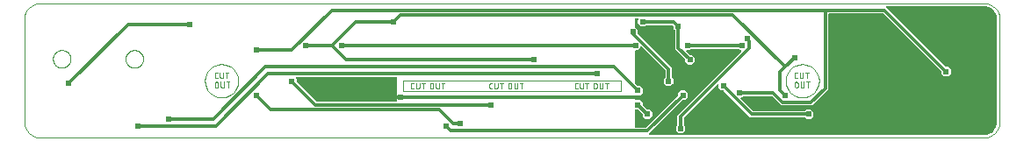
<source format=gbl>
G04 EAGLE Gerber RS-274X export*
G75*
%MOMM*%
%FSLAX34Y34*%
%LPD*%
%INBottom layer*%
%IPPOS*%
%AMOC8*
5,1,8,0,0,1.08239X$1,22.5*%
G01*
%ADD10C,0.001000*%
%ADD11C,0.050800*%
%ADD12C,0.000000*%
%ADD13C,0.304800*%
%ADD14C,0.609600*%

G36*
X933340Y16478D02*
X933340Y16478D01*
X933390Y16478D01*
X935920Y16735D01*
X935941Y16741D01*
X936069Y16766D01*
X938266Y17450D01*
X938288Y17461D01*
X938404Y17509D01*
X940398Y18595D01*
X940419Y18611D01*
X940519Y18676D01*
X942264Y20118D01*
X942282Y20138D01*
X942366Y20220D01*
X943808Y21965D01*
X943821Y21988D01*
X943889Y22086D01*
X944975Y24080D01*
X944983Y24103D01*
X945034Y24218D01*
X945718Y26415D01*
X945721Y26436D01*
X945749Y26564D01*
X946006Y29094D01*
X946005Y29121D01*
X946010Y29171D01*
X946010Y128685D01*
X946006Y128712D01*
X946006Y128762D01*
X945749Y131292D01*
X945743Y131313D01*
X945718Y131441D01*
X945034Y133638D01*
X945023Y133660D01*
X944975Y133776D01*
X943889Y135770D01*
X943873Y135791D01*
X943808Y135891D01*
X942366Y137636D01*
X942346Y137654D01*
X942264Y137738D01*
X940519Y139180D01*
X940496Y139193D01*
X940398Y139261D01*
X938404Y140347D01*
X938381Y140355D01*
X938266Y140406D01*
X936069Y141090D01*
X936048Y141093D01*
X935920Y141121D01*
X933390Y141378D01*
X933363Y141377D01*
X933313Y141382D01*
X839755Y141382D01*
X839684Y141371D01*
X839613Y141369D01*
X839564Y141351D01*
X839512Y141343D01*
X839449Y141309D01*
X839382Y141284D01*
X839341Y141252D01*
X839295Y141227D01*
X839246Y141175D01*
X839190Y141131D01*
X839161Y141087D01*
X839126Y141049D01*
X839095Y140984D01*
X839057Y140924D01*
X839044Y140873D01*
X839022Y140826D01*
X839014Y140755D01*
X838997Y140685D01*
X839001Y140633D01*
X838995Y140582D01*
X839010Y140511D01*
X839016Y140440D01*
X839036Y140392D01*
X839047Y140341D01*
X839084Y140280D01*
X839112Y140214D01*
X839157Y140158D01*
X839173Y140130D01*
X839191Y140115D01*
X839217Y140083D01*
X896742Y82558D01*
X896816Y82505D01*
X896885Y82445D01*
X896915Y82433D01*
X896942Y82414D01*
X897029Y82387D01*
X897113Y82353D01*
X897154Y82349D01*
X897177Y82342D01*
X897209Y82343D01*
X897280Y82335D01*
X899120Y82335D01*
X901799Y79656D01*
X901799Y75868D01*
X899120Y73189D01*
X895332Y73189D01*
X892653Y75868D01*
X892653Y77708D01*
X892639Y77798D01*
X892631Y77889D01*
X892619Y77919D01*
X892614Y77951D01*
X892571Y78031D01*
X892535Y78115D01*
X892509Y78147D01*
X892498Y78168D01*
X892475Y78190D01*
X892430Y78246D01*
X836750Y133926D01*
X836676Y133979D01*
X836607Y134039D01*
X836577Y134051D01*
X836550Y134070D01*
X836463Y134097D01*
X836379Y134131D01*
X836338Y134135D01*
X836315Y134142D01*
X836283Y134141D01*
X836212Y134149D01*
X784450Y134149D01*
X784430Y134146D01*
X784411Y134148D01*
X784309Y134126D01*
X784207Y134110D01*
X784190Y134100D01*
X784170Y134096D01*
X784081Y134043D01*
X783990Y133994D01*
X783976Y133980D01*
X783959Y133970D01*
X783892Y133891D01*
X783820Y133816D01*
X783812Y133798D01*
X783799Y133783D01*
X783760Y133687D01*
X783717Y133593D01*
X783715Y133573D01*
X783707Y133555D01*
X783689Y133388D01*
X783689Y60497D01*
X768187Y44995D01*
X738229Y44995D01*
X729308Y53916D01*
X729234Y53969D01*
X729165Y54029D01*
X729135Y54041D01*
X729108Y54060D01*
X729021Y54087D01*
X728937Y54121D01*
X728896Y54125D01*
X728873Y54132D01*
X728841Y54131D01*
X728770Y54139D01*
X702077Y54139D01*
X701987Y54125D01*
X701896Y54117D01*
X701867Y54105D01*
X701835Y54100D01*
X701754Y54057D01*
X701670Y54021D01*
X701638Y53995D01*
X701617Y53984D01*
X701595Y53961D01*
X701539Y53916D01*
X700238Y52615D01*
X699922Y52615D01*
X699851Y52604D01*
X699780Y52602D01*
X699731Y52584D01*
X699679Y52576D01*
X699616Y52542D01*
X699549Y52517D01*
X699508Y52485D01*
X699462Y52460D01*
X699413Y52408D01*
X699357Y52364D01*
X699328Y52320D01*
X699293Y52282D01*
X699262Y52217D01*
X699224Y52157D01*
X699211Y52106D01*
X699189Y52059D01*
X699181Y51988D01*
X699164Y51918D01*
X699168Y51866D01*
X699162Y51815D01*
X699177Y51744D01*
X699183Y51673D01*
X699203Y51625D01*
X699214Y51574D01*
X699251Y51513D01*
X699279Y51447D01*
X699324Y51391D01*
X699340Y51363D01*
X699358Y51348D01*
X699384Y51316D01*
X710814Y39886D01*
X710888Y39833D01*
X710957Y39773D01*
X710987Y39761D01*
X711014Y39742D01*
X711101Y39715D01*
X711185Y39681D01*
X711226Y39677D01*
X711249Y39670D01*
X711281Y39671D01*
X711352Y39663D01*
X760905Y39663D01*
X760995Y39677D01*
X761086Y39685D01*
X761115Y39697D01*
X761147Y39702D01*
X761228Y39745D01*
X761312Y39781D01*
X761344Y39807D01*
X761365Y39818D01*
X761387Y39841D01*
X761443Y39886D01*
X762744Y41187D01*
X766532Y41187D01*
X769211Y38508D01*
X769211Y34720D01*
X766532Y32041D01*
X762744Y32041D01*
X761443Y33342D01*
X761369Y33395D01*
X761299Y33455D01*
X761269Y33467D01*
X761243Y33486D01*
X761156Y33513D01*
X761071Y33547D01*
X761030Y33551D01*
X761008Y33558D01*
X760976Y33557D01*
X760905Y33565D01*
X708511Y33565D01*
X682826Y59250D01*
X682752Y59303D01*
X682683Y59363D01*
X682653Y59375D01*
X682626Y59394D01*
X682539Y59421D01*
X682455Y59455D01*
X682414Y59459D01*
X682391Y59466D01*
X682359Y59465D01*
X682288Y59473D01*
X680448Y59473D01*
X677769Y62152D01*
X677769Y64754D01*
X677758Y64825D01*
X677756Y64896D01*
X677738Y64945D01*
X677730Y64997D01*
X677696Y65060D01*
X677671Y65127D01*
X677639Y65168D01*
X677614Y65214D01*
X677562Y65263D01*
X677518Y65319D01*
X677474Y65348D01*
X677436Y65383D01*
X677371Y65414D01*
X677311Y65452D01*
X677260Y65465D01*
X677213Y65487D01*
X677142Y65495D01*
X677072Y65512D01*
X677020Y65508D01*
X676969Y65514D01*
X676898Y65499D01*
X676827Y65493D01*
X676779Y65473D01*
X676728Y65462D01*
X676667Y65425D01*
X676601Y65397D01*
X676545Y65352D01*
X676517Y65336D01*
X676502Y65318D01*
X676470Y65292D01*
X644466Y33288D01*
X644413Y33214D01*
X644353Y33145D01*
X644341Y33115D01*
X644322Y33088D01*
X644295Y33001D01*
X644261Y32917D01*
X644257Y32876D01*
X644250Y32853D01*
X644251Y32821D01*
X644243Y32750D01*
X644243Y26631D01*
X644257Y26541D01*
X644265Y26450D01*
X644277Y26421D01*
X644282Y26389D01*
X644325Y26308D01*
X644361Y26224D01*
X644387Y26192D01*
X644398Y26171D01*
X644421Y26149D01*
X644466Y26093D01*
X645767Y24792D01*
X645767Y21004D01*
X643088Y18325D01*
X639300Y18325D01*
X636621Y21004D01*
X636621Y24792D01*
X637922Y26093D01*
X637975Y26167D01*
X638035Y26237D01*
X638047Y26267D01*
X638066Y26293D01*
X638093Y26380D01*
X638127Y26465D01*
X638131Y26506D01*
X638138Y26528D01*
X638137Y26560D01*
X638145Y26631D01*
X638145Y35591D01*
X699590Y97036D01*
X699632Y97094D01*
X699681Y97146D01*
X699703Y97193D01*
X699734Y97235D01*
X699755Y97304D01*
X699785Y97369D01*
X699791Y97421D01*
X699806Y97471D01*
X699804Y97542D01*
X699812Y97613D01*
X699801Y97664D01*
X699800Y97716D01*
X699775Y97784D01*
X699760Y97854D01*
X699733Y97899D01*
X699715Y97947D01*
X699670Y98003D01*
X699634Y98065D01*
X699594Y98099D01*
X699562Y98139D01*
X699501Y98178D01*
X699447Y98225D01*
X699398Y98244D01*
X699355Y98272D01*
X699285Y98290D01*
X699219Y98317D01*
X699147Y98325D01*
X699116Y98333D01*
X699093Y98331D01*
X699052Y98335D01*
X698736Y98335D01*
X697435Y99636D01*
X697361Y99689D01*
X697291Y99749D01*
X697261Y99761D01*
X697235Y99780D01*
X697148Y99807D01*
X697063Y99841D01*
X697022Y99845D01*
X697000Y99852D01*
X696968Y99851D01*
X696897Y99859D01*
X651785Y99859D01*
X651695Y99845D01*
X651604Y99837D01*
X651575Y99825D01*
X651543Y99820D01*
X651462Y99777D01*
X651378Y99741D01*
X651346Y99715D01*
X651325Y99704D01*
X651303Y99681D01*
X651247Y99636D01*
X649946Y98335D01*
X647344Y98335D01*
X647273Y98324D01*
X647202Y98322D01*
X647153Y98304D01*
X647101Y98296D01*
X647038Y98262D01*
X646971Y98237D01*
X646930Y98205D01*
X646884Y98180D01*
X646835Y98128D01*
X646779Y98084D01*
X646750Y98040D01*
X646715Y98002D01*
X646684Y97937D01*
X646646Y97877D01*
X646633Y97826D01*
X646611Y97779D01*
X646603Y97708D01*
X646586Y97638D01*
X646590Y97586D01*
X646584Y97535D01*
X646599Y97464D01*
X646605Y97393D01*
X646625Y97345D01*
X646636Y97294D01*
X646673Y97233D01*
X646701Y97167D01*
X646746Y97111D01*
X646762Y97083D01*
X646780Y97068D01*
X646806Y97036D01*
X649854Y93988D01*
X649928Y93935D01*
X649997Y93875D01*
X650027Y93863D01*
X650054Y93844D01*
X650141Y93817D01*
X650225Y93783D01*
X650266Y93779D01*
X650289Y93772D01*
X650321Y93773D01*
X650392Y93765D01*
X652232Y93765D01*
X654911Y91086D01*
X654911Y87298D01*
X652232Y84619D01*
X648444Y84619D01*
X645765Y87298D01*
X645765Y89138D01*
X645751Y89228D01*
X645743Y89319D01*
X645731Y89349D01*
X645726Y89381D01*
X645683Y89461D01*
X645647Y89545D01*
X645621Y89577D01*
X645610Y89598D01*
X645587Y89620D01*
X645542Y89676D01*
X635859Y99359D01*
X635859Y117463D01*
X635845Y117553D01*
X635837Y117644D01*
X635825Y117673D01*
X635820Y117705D01*
X635777Y117786D01*
X635741Y117870D01*
X635715Y117902D01*
X635704Y117923D01*
X635681Y117945D01*
X635636Y118001D01*
X634335Y119302D01*
X634335Y121142D01*
X634321Y121232D01*
X634313Y121323D01*
X634301Y121353D01*
X634296Y121385D01*
X634253Y121465D01*
X634217Y121549D01*
X634191Y121581D01*
X634180Y121602D01*
X634157Y121624D01*
X634112Y121680D01*
X633296Y122496D01*
X633222Y122549D01*
X633153Y122609D01*
X633123Y122621D01*
X633096Y122640D01*
X633009Y122667D01*
X632925Y122701D01*
X632884Y122705D01*
X632861Y122712D01*
X632829Y122711D01*
X632758Y122719D01*
X608351Y122719D01*
X608261Y122705D01*
X608170Y122697D01*
X608141Y122685D01*
X608109Y122680D01*
X608028Y122637D01*
X607944Y122601D01*
X607912Y122575D01*
X607891Y122564D01*
X607869Y122541D01*
X607813Y122496D01*
X606512Y121195D01*
X602724Y121195D01*
X600045Y123874D01*
X600045Y127662D01*
X600661Y128278D01*
X600703Y128336D01*
X600752Y128388D01*
X600774Y128435D01*
X600804Y128477D01*
X600826Y128546D01*
X600856Y128611D01*
X600861Y128663D01*
X600877Y128713D01*
X600875Y128784D01*
X600883Y128855D01*
X600872Y128906D01*
X600870Y128958D01*
X600846Y129026D01*
X600831Y129096D01*
X600804Y129141D01*
X600786Y129189D01*
X600741Y129245D01*
X600704Y129307D01*
X600665Y129341D01*
X600632Y129381D01*
X600572Y129420D01*
X600518Y129467D01*
X600469Y129486D01*
X600425Y129514D01*
X600356Y129532D01*
X600289Y129559D01*
X600218Y129567D01*
X600187Y129575D01*
X600164Y129573D01*
X600123Y129577D01*
X598000Y129577D01*
X597980Y129574D01*
X597961Y129576D01*
X597859Y129554D01*
X597757Y129538D01*
X597740Y129528D01*
X597720Y129524D01*
X597631Y129471D01*
X597540Y129422D01*
X597526Y129408D01*
X597509Y129398D01*
X597442Y129319D01*
X597371Y129244D01*
X597362Y129226D01*
X597349Y129211D01*
X597310Y129115D01*
X597267Y129021D01*
X597265Y129001D01*
X597257Y128983D01*
X597239Y128816D01*
X597239Y121641D01*
X597254Y121551D01*
X597261Y121460D01*
X597273Y121431D01*
X597279Y121399D01*
X597321Y121318D01*
X597357Y121234D01*
X597383Y121202D01*
X597394Y121181D01*
X597417Y121159D01*
X597462Y121103D01*
X600047Y118518D01*
X600047Y114520D01*
X600043Y114507D01*
X600043Y114487D01*
X600038Y114468D01*
X600046Y114365D01*
X600049Y114261D01*
X600056Y114242D01*
X600057Y114222D01*
X600098Y114128D01*
X600133Y114030D01*
X600146Y114014D01*
X600154Y113996D01*
X600258Y113865D01*
X632813Y81311D01*
X632813Y72351D01*
X632827Y72261D01*
X632835Y72170D01*
X632847Y72141D01*
X632852Y72109D01*
X632895Y72028D01*
X632931Y71944D01*
X632957Y71912D01*
X632968Y71891D01*
X632991Y71869D01*
X633036Y71813D01*
X634337Y70512D01*
X634337Y66724D01*
X631658Y64045D01*
X627870Y64045D01*
X625191Y66724D01*
X625191Y70512D01*
X626492Y71813D01*
X626545Y71887D01*
X626605Y71957D01*
X626617Y71987D01*
X626636Y72013D01*
X626663Y72100D01*
X626697Y72185D01*
X626701Y72226D01*
X626708Y72248D01*
X626707Y72280D01*
X626715Y72351D01*
X626715Y78470D01*
X626701Y78560D01*
X626693Y78651D01*
X626681Y78681D01*
X626676Y78713D01*
X626633Y78793D01*
X626597Y78877D01*
X626571Y78909D01*
X626560Y78930D01*
X626537Y78952D01*
X626492Y79008D01*
X603632Y101868D01*
X603574Y101910D01*
X603522Y101959D01*
X603475Y101981D01*
X603433Y102012D01*
X603364Y102033D01*
X603299Y102063D01*
X603247Y102069D01*
X603197Y102084D01*
X603126Y102082D01*
X603055Y102090D01*
X603004Y102079D01*
X602952Y102078D01*
X602884Y102053D01*
X602814Y102038D01*
X602769Y102011D01*
X602721Y101993D01*
X602665Y101948D01*
X602603Y101912D01*
X602569Y101872D01*
X602529Y101840D01*
X602490Y101779D01*
X602443Y101725D01*
X602424Y101676D01*
X602396Y101633D01*
X602378Y101563D01*
X602351Y101497D01*
X602343Y101425D01*
X602335Y101394D01*
X602337Y101371D01*
X602333Y101330D01*
X602333Y101014D01*
X599654Y98335D01*
X598000Y98335D01*
X597980Y98332D01*
X597961Y98334D01*
X597859Y98312D01*
X597757Y98296D01*
X597740Y98286D01*
X597720Y98282D01*
X597631Y98229D01*
X597540Y98180D01*
X597526Y98166D01*
X597509Y98156D01*
X597442Y98077D01*
X597371Y98002D01*
X597362Y97984D01*
X597349Y97969D01*
X597310Y97873D01*
X597267Y97779D01*
X597265Y97759D01*
X597257Y97741D01*
X597239Y97574D01*
X597239Y66908D01*
X597254Y66818D01*
X597261Y66727D01*
X597273Y66697D01*
X597279Y66665D01*
X597321Y66585D01*
X597357Y66501D01*
X597383Y66469D01*
X597394Y66448D01*
X597417Y66426D01*
X597462Y66370D01*
X599562Y64270D01*
X599636Y64217D01*
X599705Y64157D01*
X599735Y64145D01*
X599762Y64126D01*
X599849Y64099D01*
X599933Y64065D01*
X599974Y64061D01*
X599997Y64054D01*
X600029Y64055D01*
X600100Y64047D01*
X601940Y64047D01*
X604619Y61368D01*
X604619Y57580D01*
X601940Y54901D01*
X598000Y54901D01*
X597980Y54898D01*
X597961Y54900D01*
X597859Y54878D01*
X597757Y54862D01*
X597740Y54852D01*
X597720Y54848D01*
X597631Y54795D01*
X597540Y54746D01*
X597526Y54732D01*
X597509Y54722D01*
X597442Y54643D01*
X597371Y54568D01*
X597362Y54550D01*
X597349Y54535D01*
X597310Y54439D01*
X597267Y54345D01*
X597265Y54325D01*
X597257Y54307D01*
X597239Y54140D01*
X597239Y51092D01*
X597242Y51072D01*
X597240Y51053D01*
X597262Y50951D01*
X597279Y50849D01*
X597288Y50832D01*
X597292Y50812D01*
X597345Y50723D01*
X597394Y50632D01*
X597408Y50618D01*
X597418Y50601D01*
X597497Y50534D01*
X597572Y50462D01*
X597590Y50454D01*
X597605Y50441D01*
X597701Y50402D01*
X597795Y50359D01*
X597815Y50357D01*
X597833Y50349D01*
X598000Y50331D01*
X601940Y50331D01*
X604619Y47652D01*
X604619Y45812D01*
X604633Y45722D01*
X604641Y45631D01*
X604653Y45601D01*
X604658Y45569D01*
X604701Y45489D01*
X604737Y45405D01*
X604763Y45373D01*
X604774Y45352D01*
X604797Y45330D01*
X604842Y45274D01*
X608706Y41410D01*
X608780Y41357D01*
X608849Y41297D01*
X608879Y41285D01*
X608906Y41266D01*
X608993Y41239D01*
X609077Y41205D01*
X609118Y41201D01*
X609141Y41194D01*
X609173Y41195D01*
X609244Y41187D01*
X611084Y41187D01*
X613763Y38508D01*
X613763Y34720D01*
X611084Y32041D01*
X607296Y32041D01*
X604617Y34720D01*
X604617Y36560D01*
X604603Y36650D01*
X604595Y36741D01*
X604583Y36771D01*
X604578Y36803D01*
X604535Y36883D01*
X604499Y36967D01*
X604473Y36999D01*
X604462Y37020D01*
X604439Y37042D01*
X604394Y37098D01*
X600530Y40962D01*
X600456Y41015D01*
X600387Y41075D01*
X600357Y41087D01*
X600330Y41106D01*
X600243Y41133D01*
X600159Y41167D01*
X600118Y41171D01*
X600095Y41178D01*
X600063Y41177D01*
X599992Y41185D01*
X598000Y41185D01*
X597980Y41182D01*
X597961Y41184D01*
X597859Y41162D01*
X597757Y41146D01*
X597740Y41136D01*
X597720Y41132D01*
X597631Y41079D01*
X597540Y41030D01*
X597526Y41016D01*
X597509Y41006D01*
X597442Y40927D01*
X597371Y40852D01*
X597362Y40834D01*
X597349Y40819D01*
X597310Y40723D01*
X597267Y40629D01*
X597265Y40609D01*
X597257Y40591D01*
X597239Y40424D01*
X597239Y24422D01*
X597242Y24402D01*
X597240Y24383D01*
X597262Y24281D01*
X597279Y24179D01*
X597288Y24162D01*
X597292Y24142D01*
X597345Y24053D01*
X597394Y23962D01*
X597408Y23948D01*
X597418Y23931D01*
X597497Y23864D01*
X597572Y23792D01*
X597590Y23784D01*
X597605Y23771D01*
X597701Y23732D01*
X597795Y23689D01*
X597815Y23687D01*
X597833Y23679D01*
X598000Y23661D01*
X607612Y23661D01*
X607702Y23675D01*
X607793Y23683D01*
X607823Y23695D01*
X607855Y23700D01*
X607935Y23743D01*
X608019Y23779D01*
X608051Y23805D01*
X608072Y23816D01*
X608094Y23839D01*
X608150Y23884D01*
X638684Y54418D01*
X638737Y54492D01*
X638797Y54561D01*
X638809Y54591D01*
X638828Y54618D01*
X638855Y54705D01*
X638889Y54789D01*
X638893Y54830D01*
X638900Y54853D01*
X638899Y54885D01*
X638907Y54956D01*
X638907Y56796D01*
X641586Y59475D01*
X645374Y59475D01*
X648053Y56796D01*
X648053Y53008D01*
X645374Y50329D01*
X643534Y50329D01*
X643444Y50315D01*
X643353Y50307D01*
X643323Y50295D01*
X643291Y50290D01*
X643211Y50247D01*
X643127Y50211D01*
X643095Y50185D01*
X643074Y50174D01*
X643052Y50151D01*
X642996Y50106D01*
X610663Y17773D01*
X610621Y17715D01*
X610572Y17663D01*
X610550Y17616D01*
X610519Y17574D01*
X610498Y17505D01*
X610468Y17440D01*
X610462Y17388D01*
X610447Y17338D01*
X610449Y17267D01*
X610441Y17196D01*
X610452Y17145D01*
X610453Y17093D01*
X610478Y17025D01*
X610493Y16955D01*
X610520Y16910D01*
X610538Y16862D01*
X610583Y16805D01*
X610619Y16744D01*
X610659Y16710D01*
X610691Y16670D01*
X610752Y16631D01*
X610806Y16584D01*
X610855Y16565D01*
X610898Y16537D01*
X610968Y16519D01*
X611034Y16492D01*
X611106Y16484D01*
X611137Y16476D01*
X611160Y16478D01*
X611201Y16474D01*
X933313Y16474D01*
X933340Y16478D01*
G37*
G36*
X367020Y48810D02*
X367020Y48810D01*
X367039Y48808D01*
X367141Y48830D01*
X367243Y48846D01*
X367260Y48856D01*
X367280Y48860D01*
X367369Y48913D01*
X367460Y48962D01*
X367474Y48976D01*
X367491Y48986D01*
X367558Y49065D01*
X367630Y49140D01*
X367638Y49158D01*
X367651Y49173D01*
X367690Y49269D01*
X367733Y49363D01*
X367735Y49383D01*
X367743Y49401D01*
X367761Y49568D01*
X367761Y71666D01*
X367759Y71677D01*
X367760Y71684D01*
X367759Y71691D01*
X367760Y71705D01*
X367738Y71807D01*
X367722Y71909D01*
X367712Y71926D01*
X367708Y71946D01*
X367655Y72035D01*
X367606Y72126D01*
X367592Y72140D01*
X367582Y72157D01*
X367503Y72224D01*
X367428Y72296D01*
X367410Y72304D01*
X367395Y72317D01*
X367299Y72356D01*
X367205Y72399D01*
X367185Y72401D01*
X367167Y72409D01*
X367000Y72427D01*
X270785Y72427D01*
X270715Y72416D01*
X270643Y72414D01*
X270594Y72396D01*
X270543Y72388D01*
X270479Y72354D01*
X270412Y72329D01*
X270371Y72297D01*
X270325Y72272D01*
X270276Y72220D01*
X270220Y72176D01*
X270192Y72132D01*
X270156Y72094D01*
X270126Y72029D01*
X270087Y71969D01*
X270074Y71918D01*
X270052Y71871D01*
X270044Y71800D01*
X270027Y71730D01*
X270031Y71678D01*
X270025Y71627D01*
X270040Y71556D01*
X270046Y71485D01*
X270066Y71437D01*
X270077Y71386D01*
X270114Y71325D01*
X270142Y71259D01*
X270187Y71203D01*
X270204Y71175D01*
X270221Y71160D01*
X270222Y71159D01*
X270225Y71153D01*
X270229Y71150D01*
X270247Y71128D01*
X270863Y70512D01*
X270863Y68672D01*
X270877Y68582D01*
X270885Y68491D01*
X270897Y68461D01*
X270902Y68429D01*
X270945Y68349D01*
X270981Y68265D01*
X271007Y68233D01*
X271018Y68212D01*
X271041Y68190D01*
X271086Y68134D01*
X290190Y49030D01*
X290264Y48977D01*
X290333Y48917D01*
X290363Y48905D01*
X290390Y48886D01*
X290477Y48859D01*
X290561Y48825D01*
X290602Y48821D01*
X290625Y48814D01*
X290657Y48815D01*
X290728Y48807D01*
X367000Y48807D01*
X367020Y48810D01*
G37*
D10*
X23631Y143928D02*
X933481Y143928D01*
X936509Y143620D01*
X939335Y142739D01*
X941895Y141345D01*
X944128Y139500D01*
X945973Y137267D01*
X947367Y134707D01*
X948248Y131881D01*
X948556Y128853D01*
X948556Y29003D01*
X948248Y25975D01*
X947367Y23149D01*
X945973Y20589D01*
X944128Y18356D01*
X941895Y16511D01*
X939335Y15117D01*
X936509Y14236D01*
X933481Y13928D01*
X23631Y13928D01*
X20603Y14236D01*
X17777Y15117D01*
X15217Y16511D01*
X12984Y18356D01*
X11139Y20589D01*
X9745Y23149D01*
X8864Y25975D01*
X8556Y29003D01*
X8556Y128853D01*
X8864Y131881D01*
X9745Y134707D01*
X11139Y137267D01*
X12984Y139500D01*
X15217Y141345D01*
X17777Y142739D01*
X20603Y143620D01*
X23631Y143928D01*
X758556Y84978D02*
X761791Y84652D01*
X764803Y83717D01*
X767530Y82237D01*
X769905Y80277D01*
X771865Y77902D01*
X773345Y75175D01*
X774280Y72163D01*
X774606Y68928D01*
X774280Y65693D01*
X773345Y62681D01*
X771865Y59954D01*
X769905Y57579D01*
X767530Y55619D01*
X764803Y54139D01*
X761791Y53204D01*
X758556Y52878D01*
X755321Y53204D01*
X752309Y54139D01*
X749582Y55619D01*
X747207Y57579D01*
X745247Y59954D01*
X743767Y62681D01*
X742832Y65693D01*
X742506Y68928D01*
X742832Y72163D01*
X743767Y75175D01*
X745247Y77902D01*
X747207Y80277D01*
X749582Y82237D01*
X752309Y83717D01*
X755321Y84652D01*
X758556Y84978D01*
X201791Y84652D02*
X198556Y84978D01*
X201791Y84652D02*
X204803Y83717D01*
X207530Y82237D01*
X209905Y80277D01*
X211865Y77902D01*
X213345Y75175D01*
X214280Y72163D01*
X214606Y68928D01*
X214280Y65693D01*
X213345Y62681D01*
X211865Y59954D01*
X209905Y57579D01*
X207530Y55619D01*
X204803Y54139D01*
X201791Y53204D01*
X198556Y52878D01*
X195321Y53204D01*
X192309Y54139D01*
X189582Y55619D01*
X187207Y57579D01*
X185247Y59954D01*
X183767Y62681D01*
X182832Y65693D01*
X182506Y68928D01*
X182832Y72163D01*
X183767Y75175D01*
X185247Y77902D01*
X187207Y80277D01*
X189582Y82237D01*
X192309Y83717D01*
X195321Y84652D01*
X198556Y84978D01*
X373556Y58928D02*
X583556Y58928D01*
X583556Y68928D01*
X373556Y68928D01*
X373556Y58928D01*
X755425Y84670D02*
X758556Y84978D01*
X755425Y84670D02*
X752414Y83756D01*
X749639Y82273D01*
X747207Y80277D01*
X745211Y77845D01*
X743728Y75070D01*
X742814Y72059D01*
X742506Y68928D01*
X742814Y65797D01*
X743728Y62786D01*
X745211Y60011D01*
X747207Y57579D01*
X749639Y55583D01*
X752414Y54100D01*
X755425Y53186D01*
X758556Y52878D01*
X761687Y53186D01*
X764698Y54100D01*
X767473Y55583D01*
X769905Y57579D01*
X771901Y60011D01*
X773384Y62786D01*
X774298Y65797D01*
X774606Y68928D01*
X774298Y72059D01*
X773384Y75070D01*
X771901Y77845D01*
X769905Y80277D01*
X767473Y82273D01*
X764698Y83756D01*
X761687Y84670D01*
X758556Y84978D01*
X198556Y84978D02*
X195425Y84670D01*
X192414Y83756D01*
X189639Y82273D01*
X187207Y80277D01*
X185211Y77845D01*
X183728Y75070D01*
X182814Y72059D01*
X182506Y68928D01*
X182814Y65797D01*
X183728Y62786D01*
X185211Y60011D01*
X187207Y57579D01*
X189639Y55583D01*
X192414Y54100D01*
X195425Y53186D01*
X198556Y52878D01*
X201687Y53186D01*
X204698Y54100D01*
X207473Y55583D01*
X209905Y57579D01*
X211901Y60011D01*
X213384Y62786D01*
X214298Y65797D01*
X214606Y68928D01*
X214298Y72059D01*
X213384Y75070D01*
X211901Y77845D01*
X209905Y80277D01*
X207473Y82273D01*
X204698Y83756D01*
X201687Y84670D01*
X198556Y84978D01*
D11*
X194738Y71398D02*
X193496Y71398D01*
X193426Y71400D01*
X193357Y71406D01*
X193288Y71416D01*
X193220Y71429D01*
X193152Y71447D01*
X193086Y71468D01*
X193021Y71493D01*
X192957Y71521D01*
X192895Y71553D01*
X192835Y71588D01*
X192777Y71627D01*
X192722Y71669D01*
X192668Y71714D01*
X192618Y71762D01*
X192570Y71812D01*
X192525Y71866D01*
X192483Y71921D01*
X192444Y71979D01*
X192409Y72039D01*
X192377Y72101D01*
X192349Y72165D01*
X192324Y72230D01*
X192303Y72296D01*
X192285Y72364D01*
X192272Y72432D01*
X192262Y72501D01*
X192256Y72570D01*
X192254Y72640D01*
X192254Y75744D01*
X192256Y75814D01*
X192262Y75883D01*
X192272Y75952D01*
X192285Y76020D01*
X192303Y76088D01*
X192324Y76154D01*
X192349Y76219D01*
X192377Y76283D01*
X192409Y76345D01*
X192444Y76405D01*
X192483Y76463D01*
X192525Y76518D01*
X192570Y76572D01*
X192618Y76622D01*
X192668Y76670D01*
X192722Y76715D01*
X192777Y76757D01*
X192835Y76796D01*
X192895Y76831D01*
X192957Y76863D01*
X193021Y76891D01*
X193086Y76916D01*
X193152Y76937D01*
X193220Y76955D01*
X193288Y76968D01*
X193357Y76978D01*
X193426Y76984D01*
X193496Y76986D01*
X194738Y76986D01*
X197025Y76986D02*
X197025Y72950D01*
X197027Y72873D01*
X197033Y72795D01*
X197042Y72719D01*
X197056Y72642D01*
X197073Y72567D01*
X197094Y72493D01*
X197119Y72419D01*
X197147Y72347D01*
X197179Y72277D01*
X197214Y72208D01*
X197253Y72141D01*
X197295Y72076D01*
X197340Y72013D01*
X197388Y71952D01*
X197439Y71894D01*
X197493Y71839D01*
X197550Y71786D01*
X197609Y71737D01*
X197671Y71690D01*
X197735Y71646D01*
X197801Y71606D01*
X197869Y71569D01*
X197939Y71535D01*
X198010Y71505D01*
X198083Y71479D01*
X198157Y71456D01*
X198232Y71437D01*
X198307Y71422D01*
X198384Y71410D01*
X198461Y71402D01*
X198538Y71398D01*
X198616Y71398D01*
X198693Y71402D01*
X198770Y71410D01*
X198847Y71422D01*
X198922Y71437D01*
X198997Y71456D01*
X199071Y71479D01*
X199144Y71505D01*
X199215Y71535D01*
X199285Y71569D01*
X199353Y71606D01*
X199419Y71646D01*
X199483Y71690D01*
X199545Y71737D01*
X199604Y71786D01*
X199661Y71839D01*
X199715Y71894D01*
X199766Y71952D01*
X199814Y72013D01*
X199859Y72076D01*
X199901Y72141D01*
X199940Y72208D01*
X199975Y72277D01*
X200007Y72347D01*
X200035Y72419D01*
X200060Y72493D01*
X200081Y72567D01*
X200098Y72642D01*
X200112Y72719D01*
X200121Y72795D01*
X200127Y72873D01*
X200129Y72950D01*
X200130Y72950D02*
X200130Y76986D01*
X203881Y76986D02*
X203881Y71398D01*
X202329Y76986D02*
X205433Y76986D01*
X192254Y66290D02*
X192254Y63806D01*
X192254Y66290D02*
X192256Y66367D01*
X192262Y66445D01*
X192271Y66521D01*
X192285Y66598D01*
X192302Y66673D01*
X192323Y66747D01*
X192348Y66821D01*
X192376Y66893D01*
X192408Y66963D01*
X192443Y67032D01*
X192482Y67099D01*
X192524Y67164D01*
X192569Y67227D01*
X192617Y67288D01*
X192668Y67346D01*
X192722Y67401D01*
X192779Y67454D01*
X192838Y67503D01*
X192900Y67550D01*
X192964Y67594D01*
X193030Y67634D01*
X193098Y67671D01*
X193168Y67705D01*
X193239Y67735D01*
X193312Y67761D01*
X193386Y67784D01*
X193461Y67803D01*
X193536Y67818D01*
X193613Y67830D01*
X193690Y67838D01*
X193767Y67842D01*
X193845Y67842D01*
X193922Y67838D01*
X193999Y67830D01*
X194076Y67818D01*
X194151Y67803D01*
X194226Y67784D01*
X194300Y67761D01*
X194373Y67735D01*
X194444Y67705D01*
X194514Y67671D01*
X194582Y67634D01*
X194648Y67594D01*
X194712Y67550D01*
X194774Y67503D01*
X194833Y67454D01*
X194890Y67401D01*
X194944Y67346D01*
X194995Y67288D01*
X195043Y67227D01*
X195088Y67164D01*
X195130Y67099D01*
X195169Y67032D01*
X195204Y66963D01*
X195236Y66893D01*
X195264Y66821D01*
X195289Y66747D01*
X195310Y66673D01*
X195327Y66598D01*
X195341Y66521D01*
X195350Y66445D01*
X195356Y66367D01*
X195358Y66290D01*
X195358Y63806D01*
X195356Y63729D01*
X195350Y63651D01*
X195341Y63575D01*
X195327Y63498D01*
X195310Y63423D01*
X195289Y63349D01*
X195264Y63275D01*
X195236Y63203D01*
X195204Y63133D01*
X195169Y63064D01*
X195130Y62997D01*
X195088Y62932D01*
X195043Y62869D01*
X194995Y62808D01*
X194944Y62750D01*
X194890Y62695D01*
X194833Y62642D01*
X194774Y62593D01*
X194712Y62546D01*
X194648Y62502D01*
X194582Y62462D01*
X194514Y62425D01*
X194444Y62391D01*
X194373Y62361D01*
X194300Y62335D01*
X194226Y62312D01*
X194151Y62293D01*
X194076Y62278D01*
X193999Y62266D01*
X193922Y62258D01*
X193845Y62254D01*
X193767Y62254D01*
X193690Y62258D01*
X193613Y62266D01*
X193536Y62278D01*
X193461Y62293D01*
X193386Y62312D01*
X193312Y62335D01*
X193239Y62361D01*
X193168Y62391D01*
X193098Y62425D01*
X193030Y62462D01*
X192964Y62502D01*
X192900Y62546D01*
X192838Y62593D01*
X192779Y62642D01*
X192722Y62695D01*
X192668Y62750D01*
X192617Y62808D01*
X192569Y62869D01*
X192524Y62932D01*
X192482Y62997D01*
X192443Y63064D01*
X192408Y63133D01*
X192376Y63203D01*
X192348Y63275D01*
X192323Y63349D01*
X192302Y63423D01*
X192285Y63498D01*
X192271Y63575D01*
X192262Y63651D01*
X192256Y63729D01*
X192254Y63806D01*
X197923Y63806D02*
X197923Y67842D01*
X197923Y63806D02*
X197925Y63729D01*
X197931Y63651D01*
X197940Y63575D01*
X197954Y63498D01*
X197971Y63423D01*
X197992Y63349D01*
X198017Y63275D01*
X198045Y63203D01*
X198077Y63133D01*
X198112Y63064D01*
X198151Y62997D01*
X198193Y62932D01*
X198238Y62869D01*
X198286Y62808D01*
X198337Y62750D01*
X198391Y62695D01*
X198448Y62642D01*
X198507Y62593D01*
X198569Y62546D01*
X198633Y62502D01*
X198699Y62462D01*
X198767Y62425D01*
X198837Y62391D01*
X198908Y62361D01*
X198981Y62335D01*
X199055Y62312D01*
X199130Y62293D01*
X199205Y62278D01*
X199282Y62266D01*
X199359Y62258D01*
X199436Y62254D01*
X199514Y62254D01*
X199591Y62258D01*
X199668Y62266D01*
X199745Y62278D01*
X199820Y62293D01*
X199895Y62312D01*
X199969Y62335D01*
X200042Y62361D01*
X200113Y62391D01*
X200183Y62425D01*
X200251Y62462D01*
X200317Y62502D01*
X200381Y62546D01*
X200443Y62593D01*
X200502Y62642D01*
X200559Y62695D01*
X200613Y62750D01*
X200664Y62808D01*
X200712Y62869D01*
X200757Y62932D01*
X200799Y62997D01*
X200838Y63064D01*
X200873Y63133D01*
X200905Y63203D01*
X200933Y63275D01*
X200958Y63349D01*
X200979Y63423D01*
X200996Y63498D01*
X201010Y63575D01*
X201019Y63651D01*
X201025Y63729D01*
X201027Y63806D01*
X201028Y63806D02*
X201028Y67842D01*
X204779Y67842D02*
X204779Y62254D01*
X203227Y67842D02*
X206331Y67842D01*
X752496Y71398D02*
X753738Y71398D01*
X752496Y71398D02*
X752426Y71400D01*
X752357Y71406D01*
X752288Y71416D01*
X752220Y71429D01*
X752152Y71447D01*
X752086Y71468D01*
X752021Y71493D01*
X751957Y71521D01*
X751895Y71553D01*
X751835Y71588D01*
X751777Y71627D01*
X751722Y71669D01*
X751668Y71714D01*
X751618Y71762D01*
X751570Y71812D01*
X751525Y71866D01*
X751483Y71921D01*
X751444Y71979D01*
X751409Y72039D01*
X751377Y72101D01*
X751349Y72165D01*
X751324Y72230D01*
X751303Y72296D01*
X751285Y72364D01*
X751272Y72432D01*
X751262Y72501D01*
X751256Y72570D01*
X751254Y72640D01*
X751254Y75744D01*
X751256Y75814D01*
X751262Y75883D01*
X751272Y75952D01*
X751285Y76020D01*
X751303Y76088D01*
X751324Y76154D01*
X751349Y76219D01*
X751377Y76283D01*
X751409Y76345D01*
X751444Y76405D01*
X751483Y76463D01*
X751525Y76518D01*
X751570Y76572D01*
X751618Y76622D01*
X751668Y76670D01*
X751722Y76715D01*
X751777Y76757D01*
X751835Y76796D01*
X751895Y76831D01*
X751957Y76863D01*
X752021Y76891D01*
X752086Y76916D01*
X752152Y76937D01*
X752220Y76955D01*
X752288Y76968D01*
X752357Y76978D01*
X752426Y76984D01*
X752496Y76986D01*
X753738Y76986D01*
X756025Y76986D02*
X756025Y72950D01*
X756027Y72873D01*
X756033Y72795D01*
X756042Y72719D01*
X756056Y72642D01*
X756073Y72567D01*
X756094Y72493D01*
X756119Y72419D01*
X756147Y72347D01*
X756179Y72277D01*
X756214Y72208D01*
X756253Y72141D01*
X756295Y72076D01*
X756340Y72013D01*
X756388Y71952D01*
X756439Y71894D01*
X756493Y71839D01*
X756550Y71786D01*
X756609Y71737D01*
X756671Y71690D01*
X756735Y71646D01*
X756801Y71606D01*
X756869Y71569D01*
X756939Y71535D01*
X757010Y71505D01*
X757083Y71479D01*
X757157Y71456D01*
X757232Y71437D01*
X757307Y71422D01*
X757384Y71410D01*
X757461Y71402D01*
X757538Y71398D01*
X757616Y71398D01*
X757693Y71402D01*
X757770Y71410D01*
X757847Y71422D01*
X757922Y71437D01*
X757997Y71456D01*
X758071Y71479D01*
X758144Y71505D01*
X758215Y71535D01*
X758285Y71569D01*
X758353Y71606D01*
X758419Y71646D01*
X758483Y71690D01*
X758545Y71737D01*
X758604Y71786D01*
X758661Y71839D01*
X758715Y71894D01*
X758766Y71952D01*
X758814Y72013D01*
X758859Y72076D01*
X758901Y72141D01*
X758940Y72208D01*
X758975Y72277D01*
X759007Y72347D01*
X759035Y72419D01*
X759060Y72493D01*
X759081Y72567D01*
X759098Y72642D01*
X759112Y72719D01*
X759121Y72795D01*
X759127Y72873D01*
X759129Y72950D01*
X759130Y72950D02*
X759130Y76986D01*
X762881Y76986D02*
X762881Y71398D01*
X761329Y76986D02*
X764433Y76986D01*
X751254Y66290D02*
X751254Y63806D01*
X751254Y66290D02*
X751256Y66367D01*
X751262Y66445D01*
X751271Y66521D01*
X751285Y66598D01*
X751302Y66673D01*
X751323Y66747D01*
X751348Y66821D01*
X751376Y66893D01*
X751408Y66963D01*
X751443Y67032D01*
X751482Y67099D01*
X751524Y67164D01*
X751569Y67227D01*
X751617Y67288D01*
X751668Y67346D01*
X751722Y67401D01*
X751779Y67454D01*
X751838Y67503D01*
X751900Y67550D01*
X751964Y67594D01*
X752030Y67634D01*
X752098Y67671D01*
X752168Y67705D01*
X752239Y67735D01*
X752312Y67761D01*
X752386Y67784D01*
X752461Y67803D01*
X752536Y67818D01*
X752613Y67830D01*
X752690Y67838D01*
X752767Y67842D01*
X752845Y67842D01*
X752922Y67838D01*
X752999Y67830D01*
X753076Y67818D01*
X753151Y67803D01*
X753226Y67784D01*
X753300Y67761D01*
X753373Y67735D01*
X753444Y67705D01*
X753514Y67671D01*
X753582Y67634D01*
X753648Y67594D01*
X753712Y67550D01*
X753774Y67503D01*
X753833Y67454D01*
X753890Y67401D01*
X753944Y67346D01*
X753995Y67288D01*
X754043Y67227D01*
X754088Y67164D01*
X754130Y67099D01*
X754169Y67032D01*
X754204Y66963D01*
X754236Y66893D01*
X754264Y66821D01*
X754289Y66747D01*
X754310Y66673D01*
X754327Y66598D01*
X754341Y66521D01*
X754350Y66445D01*
X754356Y66367D01*
X754358Y66290D01*
X754358Y63806D01*
X754356Y63729D01*
X754350Y63651D01*
X754341Y63575D01*
X754327Y63498D01*
X754310Y63423D01*
X754289Y63349D01*
X754264Y63275D01*
X754236Y63203D01*
X754204Y63133D01*
X754169Y63064D01*
X754130Y62997D01*
X754088Y62932D01*
X754043Y62869D01*
X753995Y62808D01*
X753944Y62750D01*
X753890Y62695D01*
X753833Y62642D01*
X753774Y62593D01*
X753712Y62546D01*
X753648Y62502D01*
X753582Y62462D01*
X753514Y62425D01*
X753444Y62391D01*
X753373Y62361D01*
X753300Y62335D01*
X753226Y62312D01*
X753151Y62293D01*
X753076Y62278D01*
X752999Y62266D01*
X752922Y62258D01*
X752845Y62254D01*
X752767Y62254D01*
X752690Y62258D01*
X752613Y62266D01*
X752536Y62278D01*
X752461Y62293D01*
X752386Y62312D01*
X752312Y62335D01*
X752239Y62361D01*
X752168Y62391D01*
X752098Y62425D01*
X752030Y62462D01*
X751964Y62502D01*
X751900Y62546D01*
X751838Y62593D01*
X751779Y62642D01*
X751722Y62695D01*
X751668Y62750D01*
X751617Y62808D01*
X751569Y62869D01*
X751524Y62932D01*
X751482Y62997D01*
X751443Y63064D01*
X751408Y63133D01*
X751376Y63203D01*
X751348Y63275D01*
X751323Y63349D01*
X751302Y63423D01*
X751285Y63498D01*
X751271Y63575D01*
X751262Y63651D01*
X751256Y63729D01*
X751254Y63806D01*
X756923Y63806D02*
X756923Y67842D01*
X756923Y63806D02*
X756925Y63729D01*
X756931Y63651D01*
X756940Y63575D01*
X756954Y63498D01*
X756971Y63423D01*
X756992Y63349D01*
X757017Y63275D01*
X757045Y63203D01*
X757077Y63133D01*
X757112Y63064D01*
X757151Y62997D01*
X757193Y62932D01*
X757238Y62869D01*
X757286Y62808D01*
X757337Y62750D01*
X757391Y62695D01*
X757448Y62642D01*
X757507Y62593D01*
X757569Y62546D01*
X757633Y62502D01*
X757699Y62462D01*
X757767Y62425D01*
X757837Y62391D01*
X757908Y62361D01*
X757981Y62335D01*
X758055Y62312D01*
X758130Y62293D01*
X758205Y62278D01*
X758282Y62266D01*
X758359Y62258D01*
X758436Y62254D01*
X758514Y62254D01*
X758591Y62258D01*
X758668Y62266D01*
X758745Y62278D01*
X758820Y62293D01*
X758895Y62312D01*
X758969Y62335D01*
X759042Y62361D01*
X759113Y62391D01*
X759183Y62425D01*
X759251Y62462D01*
X759317Y62502D01*
X759381Y62546D01*
X759443Y62593D01*
X759502Y62642D01*
X759559Y62695D01*
X759613Y62750D01*
X759664Y62808D01*
X759712Y62869D01*
X759757Y62932D01*
X759799Y62997D01*
X759838Y63064D01*
X759873Y63133D01*
X759905Y63203D01*
X759933Y63275D01*
X759958Y63349D01*
X759979Y63423D01*
X759996Y63498D01*
X760010Y63575D01*
X760019Y63651D01*
X760025Y63729D01*
X760027Y63806D01*
X760028Y63806D02*
X760028Y67842D01*
X763779Y67842D02*
X763779Y62254D01*
X762227Y67842D02*
X765331Y67842D01*
X383965Y61278D02*
X382724Y61278D01*
X382724Y61277D02*
X382654Y61279D01*
X382585Y61285D01*
X382516Y61295D01*
X382448Y61308D01*
X382380Y61326D01*
X382314Y61347D01*
X382249Y61372D01*
X382185Y61400D01*
X382123Y61432D01*
X382063Y61467D01*
X382005Y61506D01*
X381950Y61548D01*
X381896Y61593D01*
X381846Y61641D01*
X381798Y61691D01*
X381753Y61745D01*
X381711Y61800D01*
X381672Y61858D01*
X381637Y61918D01*
X381605Y61980D01*
X381577Y62044D01*
X381552Y62109D01*
X381531Y62175D01*
X381513Y62243D01*
X381500Y62311D01*
X381490Y62380D01*
X381484Y62449D01*
X381482Y62519D01*
X381482Y65624D01*
X381484Y65694D01*
X381490Y65763D01*
X381500Y65832D01*
X381513Y65900D01*
X381531Y65968D01*
X381552Y66034D01*
X381577Y66099D01*
X381605Y66163D01*
X381637Y66225D01*
X381672Y66285D01*
X381711Y66343D01*
X381753Y66398D01*
X381798Y66452D01*
X381846Y66502D01*
X381896Y66550D01*
X381950Y66595D01*
X382005Y66637D01*
X382063Y66676D01*
X382123Y66711D01*
X382185Y66743D01*
X382249Y66771D01*
X382314Y66796D01*
X382380Y66817D01*
X382448Y66835D01*
X382516Y66848D01*
X382585Y66858D01*
X382654Y66864D01*
X382724Y66866D01*
X383965Y66866D01*
X386253Y66866D02*
X386253Y62830D01*
X386255Y62753D01*
X386261Y62675D01*
X386270Y62599D01*
X386284Y62522D01*
X386301Y62447D01*
X386322Y62373D01*
X386347Y62299D01*
X386375Y62227D01*
X386407Y62157D01*
X386442Y62088D01*
X386481Y62021D01*
X386523Y61956D01*
X386568Y61893D01*
X386616Y61832D01*
X386667Y61774D01*
X386721Y61719D01*
X386778Y61666D01*
X386837Y61617D01*
X386899Y61570D01*
X386963Y61526D01*
X387029Y61486D01*
X387097Y61449D01*
X387167Y61415D01*
X387238Y61385D01*
X387311Y61359D01*
X387385Y61336D01*
X387460Y61317D01*
X387535Y61302D01*
X387612Y61290D01*
X387689Y61282D01*
X387766Y61278D01*
X387844Y61278D01*
X387921Y61282D01*
X387998Y61290D01*
X388075Y61302D01*
X388150Y61317D01*
X388225Y61336D01*
X388299Y61359D01*
X388372Y61385D01*
X388443Y61415D01*
X388513Y61449D01*
X388581Y61486D01*
X388647Y61526D01*
X388711Y61570D01*
X388773Y61617D01*
X388832Y61666D01*
X388889Y61719D01*
X388943Y61774D01*
X388994Y61832D01*
X389042Y61893D01*
X389087Y61956D01*
X389129Y62021D01*
X389168Y62088D01*
X389203Y62157D01*
X389235Y62227D01*
X389263Y62299D01*
X389288Y62373D01*
X389309Y62447D01*
X389326Y62522D01*
X389340Y62599D01*
X389349Y62675D01*
X389355Y62753D01*
X389357Y62830D01*
X389357Y66866D01*
X393109Y66866D02*
X393109Y61278D01*
X391556Y66866D02*
X394661Y66866D01*
X399603Y65313D02*
X399603Y62830D01*
X399603Y65313D02*
X399605Y65390D01*
X399611Y65468D01*
X399620Y65544D01*
X399634Y65621D01*
X399651Y65696D01*
X399672Y65770D01*
X399697Y65844D01*
X399725Y65916D01*
X399757Y65986D01*
X399792Y66055D01*
X399831Y66122D01*
X399873Y66187D01*
X399918Y66250D01*
X399966Y66311D01*
X400017Y66369D01*
X400071Y66424D01*
X400128Y66477D01*
X400187Y66526D01*
X400249Y66573D01*
X400313Y66617D01*
X400379Y66657D01*
X400447Y66694D01*
X400517Y66728D01*
X400588Y66758D01*
X400661Y66784D01*
X400735Y66807D01*
X400810Y66826D01*
X400885Y66841D01*
X400962Y66853D01*
X401039Y66861D01*
X401116Y66865D01*
X401194Y66865D01*
X401271Y66861D01*
X401348Y66853D01*
X401425Y66841D01*
X401500Y66826D01*
X401575Y66807D01*
X401649Y66784D01*
X401722Y66758D01*
X401793Y66728D01*
X401863Y66694D01*
X401931Y66657D01*
X401997Y66617D01*
X402061Y66573D01*
X402123Y66526D01*
X402182Y66477D01*
X402239Y66424D01*
X402293Y66369D01*
X402344Y66311D01*
X402392Y66250D01*
X402437Y66187D01*
X402479Y66122D01*
X402518Y66055D01*
X402553Y65986D01*
X402585Y65916D01*
X402613Y65844D01*
X402638Y65770D01*
X402659Y65696D01*
X402676Y65621D01*
X402690Y65544D01*
X402699Y65468D01*
X402705Y65390D01*
X402707Y65313D01*
X402707Y62830D01*
X402705Y62753D01*
X402699Y62675D01*
X402690Y62599D01*
X402676Y62522D01*
X402659Y62447D01*
X402638Y62373D01*
X402613Y62299D01*
X402585Y62227D01*
X402553Y62157D01*
X402518Y62088D01*
X402479Y62021D01*
X402437Y61956D01*
X402392Y61893D01*
X402344Y61832D01*
X402293Y61774D01*
X402239Y61719D01*
X402182Y61666D01*
X402123Y61617D01*
X402061Y61570D01*
X401997Y61526D01*
X401931Y61486D01*
X401863Y61449D01*
X401793Y61415D01*
X401722Y61385D01*
X401649Y61359D01*
X401575Y61336D01*
X401500Y61317D01*
X401425Y61302D01*
X401348Y61290D01*
X401271Y61282D01*
X401194Y61278D01*
X401116Y61278D01*
X401039Y61282D01*
X400962Y61290D01*
X400885Y61302D01*
X400810Y61317D01*
X400735Y61336D01*
X400661Y61359D01*
X400588Y61385D01*
X400517Y61415D01*
X400447Y61449D01*
X400379Y61486D01*
X400313Y61526D01*
X400249Y61570D01*
X400187Y61617D01*
X400128Y61666D01*
X400071Y61719D01*
X400017Y61774D01*
X399966Y61832D01*
X399918Y61893D01*
X399873Y61956D01*
X399831Y62021D01*
X399792Y62088D01*
X399757Y62157D01*
X399725Y62227D01*
X399697Y62299D01*
X399672Y62373D01*
X399651Y62447D01*
X399634Y62522D01*
X399620Y62599D01*
X399611Y62675D01*
X399605Y62753D01*
X399603Y62830D01*
X405272Y62830D02*
X405272Y66866D01*
X405273Y62830D02*
X405275Y62753D01*
X405281Y62675D01*
X405290Y62599D01*
X405304Y62522D01*
X405321Y62447D01*
X405342Y62373D01*
X405367Y62299D01*
X405395Y62227D01*
X405427Y62157D01*
X405462Y62088D01*
X405501Y62021D01*
X405543Y61956D01*
X405588Y61893D01*
X405636Y61832D01*
X405687Y61774D01*
X405741Y61719D01*
X405798Y61666D01*
X405857Y61617D01*
X405919Y61570D01*
X405983Y61526D01*
X406049Y61486D01*
X406117Y61449D01*
X406187Y61415D01*
X406258Y61385D01*
X406331Y61359D01*
X406405Y61336D01*
X406480Y61317D01*
X406555Y61302D01*
X406632Y61290D01*
X406709Y61282D01*
X406786Y61278D01*
X406864Y61278D01*
X406941Y61282D01*
X407018Y61290D01*
X407095Y61302D01*
X407170Y61317D01*
X407245Y61336D01*
X407319Y61359D01*
X407392Y61385D01*
X407463Y61415D01*
X407533Y61449D01*
X407601Y61486D01*
X407667Y61526D01*
X407731Y61570D01*
X407793Y61617D01*
X407852Y61666D01*
X407909Y61719D01*
X407963Y61774D01*
X408014Y61832D01*
X408062Y61893D01*
X408107Y61956D01*
X408149Y62021D01*
X408188Y62088D01*
X408223Y62157D01*
X408255Y62227D01*
X408283Y62299D01*
X408308Y62373D01*
X408329Y62447D01*
X408346Y62522D01*
X408360Y62599D01*
X408369Y62675D01*
X408375Y62753D01*
X408377Y62830D01*
X408377Y66866D01*
X412128Y66866D02*
X412128Y61278D01*
X410576Y66866D02*
X413680Y66866D01*
X540496Y61254D02*
X541738Y61254D01*
X540496Y61254D02*
X540426Y61256D01*
X540357Y61262D01*
X540288Y61272D01*
X540220Y61285D01*
X540152Y61303D01*
X540086Y61324D01*
X540021Y61349D01*
X539957Y61377D01*
X539895Y61409D01*
X539835Y61444D01*
X539777Y61483D01*
X539722Y61525D01*
X539668Y61570D01*
X539618Y61618D01*
X539570Y61668D01*
X539525Y61722D01*
X539483Y61777D01*
X539444Y61835D01*
X539409Y61895D01*
X539377Y61957D01*
X539349Y62021D01*
X539324Y62086D01*
X539303Y62152D01*
X539285Y62220D01*
X539272Y62288D01*
X539262Y62357D01*
X539256Y62426D01*
X539254Y62496D01*
X539254Y65600D01*
X539256Y65670D01*
X539262Y65739D01*
X539272Y65808D01*
X539285Y65876D01*
X539303Y65944D01*
X539324Y66010D01*
X539349Y66075D01*
X539377Y66139D01*
X539409Y66201D01*
X539444Y66261D01*
X539483Y66319D01*
X539525Y66374D01*
X539570Y66428D01*
X539618Y66478D01*
X539668Y66526D01*
X539722Y66571D01*
X539777Y66613D01*
X539835Y66652D01*
X539895Y66687D01*
X539957Y66719D01*
X540021Y66747D01*
X540086Y66772D01*
X540152Y66793D01*
X540220Y66811D01*
X540288Y66824D01*
X540357Y66834D01*
X540426Y66840D01*
X540496Y66842D01*
X541738Y66842D01*
X544025Y66842D02*
X544025Y62806D01*
X544027Y62729D01*
X544033Y62651D01*
X544042Y62575D01*
X544056Y62498D01*
X544073Y62423D01*
X544094Y62349D01*
X544119Y62275D01*
X544147Y62203D01*
X544179Y62133D01*
X544214Y62064D01*
X544253Y61997D01*
X544295Y61932D01*
X544340Y61869D01*
X544388Y61808D01*
X544439Y61750D01*
X544493Y61695D01*
X544550Y61642D01*
X544609Y61593D01*
X544671Y61546D01*
X544735Y61502D01*
X544801Y61462D01*
X544869Y61425D01*
X544939Y61391D01*
X545010Y61361D01*
X545083Y61335D01*
X545157Y61312D01*
X545232Y61293D01*
X545307Y61278D01*
X545384Y61266D01*
X545461Y61258D01*
X545538Y61254D01*
X545616Y61254D01*
X545693Y61258D01*
X545770Y61266D01*
X545847Y61278D01*
X545922Y61293D01*
X545997Y61312D01*
X546071Y61335D01*
X546144Y61361D01*
X546215Y61391D01*
X546285Y61425D01*
X546353Y61462D01*
X546419Y61502D01*
X546483Y61546D01*
X546545Y61593D01*
X546604Y61642D01*
X546661Y61695D01*
X546715Y61750D01*
X546766Y61808D01*
X546814Y61869D01*
X546859Y61932D01*
X546901Y61997D01*
X546940Y62064D01*
X546975Y62133D01*
X547007Y62203D01*
X547035Y62275D01*
X547060Y62349D01*
X547081Y62423D01*
X547098Y62498D01*
X547112Y62575D01*
X547121Y62651D01*
X547127Y62729D01*
X547129Y62806D01*
X547130Y62806D02*
X547130Y66842D01*
X550881Y66842D02*
X550881Y61254D01*
X549329Y66842D02*
X552433Y66842D01*
X557375Y65290D02*
X557375Y62806D01*
X557375Y65290D02*
X557377Y65367D01*
X557383Y65445D01*
X557392Y65521D01*
X557406Y65598D01*
X557423Y65673D01*
X557444Y65747D01*
X557469Y65821D01*
X557497Y65893D01*
X557529Y65963D01*
X557564Y66032D01*
X557603Y66099D01*
X557645Y66164D01*
X557690Y66227D01*
X557738Y66288D01*
X557789Y66346D01*
X557843Y66401D01*
X557900Y66454D01*
X557959Y66503D01*
X558021Y66550D01*
X558085Y66594D01*
X558151Y66634D01*
X558219Y66671D01*
X558289Y66705D01*
X558360Y66735D01*
X558433Y66761D01*
X558507Y66784D01*
X558582Y66803D01*
X558657Y66818D01*
X558734Y66830D01*
X558811Y66838D01*
X558888Y66842D01*
X558966Y66842D01*
X559043Y66838D01*
X559120Y66830D01*
X559197Y66818D01*
X559272Y66803D01*
X559347Y66784D01*
X559421Y66761D01*
X559494Y66735D01*
X559565Y66705D01*
X559635Y66671D01*
X559703Y66634D01*
X559769Y66594D01*
X559833Y66550D01*
X559895Y66503D01*
X559954Y66454D01*
X560011Y66401D01*
X560065Y66346D01*
X560116Y66288D01*
X560164Y66227D01*
X560209Y66164D01*
X560251Y66099D01*
X560290Y66032D01*
X560325Y65963D01*
X560357Y65893D01*
X560385Y65821D01*
X560410Y65747D01*
X560431Y65673D01*
X560448Y65598D01*
X560462Y65521D01*
X560471Y65445D01*
X560477Y65367D01*
X560479Y65290D01*
X560480Y65290D02*
X560480Y62806D01*
X560479Y62806D02*
X560477Y62729D01*
X560471Y62651D01*
X560462Y62575D01*
X560448Y62498D01*
X560431Y62423D01*
X560410Y62349D01*
X560385Y62275D01*
X560357Y62203D01*
X560325Y62133D01*
X560290Y62064D01*
X560251Y61997D01*
X560209Y61932D01*
X560164Y61869D01*
X560116Y61808D01*
X560065Y61750D01*
X560011Y61695D01*
X559954Y61642D01*
X559895Y61593D01*
X559833Y61546D01*
X559769Y61502D01*
X559703Y61462D01*
X559635Y61425D01*
X559565Y61391D01*
X559494Y61361D01*
X559421Y61335D01*
X559347Y61312D01*
X559272Y61293D01*
X559197Y61278D01*
X559120Y61266D01*
X559043Y61258D01*
X558966Y61254D01*
X558888Y61254D01*
X558811Y61258D01*
X558734Y61266D01*
X558657Y61278D01*
X558582Y61293D01*
X558507Y61312D01*
X558433Y61335D01*
X558360Y61361D01*
X558289Y61391D01*
X558219Y61425D01*
X558151Y61462D01*
X558085Y61502D01*
X558021Y61546D01*
X557959Y61593D01*
X557900Y61642D01*
X557843Y61695D01*
X557789Y61750D01*
X557738Y61808D01*
X557690Y61869D01*
X557645Y61932D01*
X557603Y61997D01*
X557564Y62064D01*
X557529Y62133D01*
X557497Y62203D01*
X557469Y62275D01*
X557444Y62349D01*
X557423Y62423D01*
X557406Y62498D01*
X557392Y62575D01*
X557383Y62651D01*
X557377Y62729D01*
X557375Y62806D01*
X563045Y62806D02*
X563045Y66842D01*
X563045Y62806D02*
X563047Y62729D01*
X563053Y62651D01*
X563062Y62575D01*
X563076Y62498D01*
X563093Y62423D01*
X563114Y62349D01*
X563139Y62275D01*
X563167Y62203D01*
X563199Y62133D01*
X563234Y62064D01*
X563273Y61997D01*
X563315Y61932D01*
X563360Y61869D01*
X563408Y61808D01*
X563459Y61750D01*
X563513Y61695D01*
X563570Y61642D01*
X563629Y61593D01*
X563691Y61546D01*
X563755Y61502D01*
X563821Y61462D01*
X563889Y61425D01*
X563959Y61391D01*
X564030Y61361D01*
X564103Y61335D01*
X564177Y61312D01*
X564252Y61293D01*
X564327Y61278D01*
X564404Y61266D01*
X564481Y61258D01*
X564558Y61254D01*
X564636Y61254D01*
X564713Y61258D01*
X564790Y61266D01*
X564867Y61278D01*
X564942Y61293D01*
X565017Y61312D01*
X565091Y61335D01*
X565164Y61361D01*
X565235Y61391D01*
X565305Y61425D01*
X565373Y61462D01*
X565439Y61502D01*
X565503Y61546D01*
X565565Y61593D01*
X565624Y61642D01*
X565681Y61695D01*
X565735Y61750D01*
X565786Y61808D01*
X565834Y61869D01*
X565879Y61932D01*
X565921Y61997D01*
X565960Y62064D01*
X565995Y62133D01*
X566027Y62203D01*
X566055Y62275D01*
X566080Y62349D01*
X566101Y62423D01*
X566118Y62498D01*
X566132Y62575D01*
X566141Y62651D01*
X566147Y62729D01*
X566149Y62806D01*
X566149Y66842D01*
X569900Y66842D02*
X569900Y61254D01*
X568348Y66842D02*
X571452Y66842D01*
X459463Y61142D02*
X458221Y61142D01*
X458151Y61144D01*
X458082Y61150D01*
X458013Y61160D01*
X457945Y61173D01*
X457877Y61191D01*
X457811Y61212D01*
X457746Y61237D01*
X457682Y61265D01*
X457620Y61297D01*
X457560Y61332D01*
X457502Y61371D01*
X457447Y61413D01*
X457393Y61458D01*
X457343Y61506D01*
X457295Y61556D01*
X457250Y61610D01*
X457208Y61665D01*
X457169Y61723D01*
X457134Y61783D01*
X457102Y61845D01*
X457074Y61909D01*
X457049Y61974D01*
X457028Y62040D01*
X457010Y62108D01*
X456997Y62176D01*
X456987Y62245D01*
X456981Y62314D01*
X456979Y62384D01*
X456979Y65488D01*
X456981Y65558D01*
X456987Y65627D01*
X456997Y65696D01*
X457010Y65764D01*
X457028Y65832D01*
X457049Y65898D01*
X457074Y65963D01*
X457102Y66027D01*
X457134Y66089D01*
X457169Y66149D01*
X457208Y66207D01*
X457250Y66262D01*
X457295Y66316D01*
X457343Y66366D01*
X457393Y66414D01*
X457447Y66459D01*
X457502Y66501D01*
X457560Y66540D01*
X457620Y66575D01*
X457682Y66607D01*
X457746Y66635D01*
X457811Y66660D01*
X457877Y66681D01*
X457945Y66699D01*
X458013Y66712D01*
X458082Y66722D01*
X458151Y66728D01*
X458221Y66730D01*
X459463Y66730D01*
X461750Y66730D02*
X461750Y62694D01*
X461751Y62694D02*
X461753Y62617D01*
X461759Y62539D01*
X461768Y62463D01*
X461782Y62386D01*
X461799Y62311D01*
X461820Y62237D01*
X461845Y62163D01*
X461873Y62091D01*
X461905Y62021D01*
X461940Y61952D01*
X461979Y61885D01*
X462021Y61820D01*
X462066Y61757D01*
X462114Y61696D01*
X462165Y61638D01*
X462219Y61583D01*
X462276Y61530D01*
X462335Y61481D01*
X462397Y61434D01*
X462461Y61390D01*
X462527Y61350D01*
X462595Y61313D01*
X462665Y61279D01*
X462736Y61249D01*
X462809Y61223D01*
X462883Y61200D01*
X462958Y61181D01*
X463033Y61166D01*
X463110Y61154D01*
X463187Y61146D01*
X463264Y61142D01*
X463342Y61142D01*
X463419Y61146D01*
X463496Y61154D01*
X463573Y61166D01*
X463648Y61181D01*
X463723Y61200D01*
X463797Y61223D01*
X463870Y61249D01*
X463941Y61279D01*
X464011Y61313D01*
X464079Y61350D01*
X464145Y61390D01*
X464209Y61434D01*
X464271Y61481D01*
X464330Y61530D01*
X464387Y61583D01*
X464441Y61638D01*
X464492Y61696D01*
X464540Y61757D01*
X464585Y61820D01*
X464627Y61885D01*
X464666Y61952D01*
X464701Y62021D01*
X464733Y62091D01*
X464761Y62163D01*
X464786Y62237D01*
X464807Y62311D01*
X464824Y62386D01*
X464838Y62463D01*
X464847Y62539D01*
X464853Y62617D01*
X464855Y62694D01*
X464855Y66730D01*
X468606Y66730D02*
X468606Y61142D01*
X467054Y66730D02*
X470158Y66730D01*
X475100Y65178D02*
X475100Y62694D01*
X475101Y65178D02*
X475103Y65255D01*
X475109Y65333D01*
X475118Y65409D01*
X475132Y65486D01*
X475149Y65561D01*
X475170Y65635D01*
X475195Y65709D01*
X475223Y65781D01*
X475255Y65851D01*
X475290Y65920D01*
X475329Y65987D01*
X475371Y66052D01*
X475416Y66115D01*
X475464Y66176D01*
X475515Y66234D01*
X475569Y66289D01*
X475626Y66342D01*
X475685Y66391D01*
X475747Y66438D01*
X475811Y66482D01*
X475877Y66522D01*
X475945Y66559D01*
X476015Y66593D01*
X476086Y66623D01*
X476159Y66649D01*
X476233Y66672D01*
X476308Y66691D01*
X476383Y66706D01*
X476460Y66718D01*
X476537Y66726D01*
X476614Y66730D01*
X476692Y66730D01*
X476769Y66726D01*
X476846Y66718D01*
X476923Y66706D01*
X476998Y66691D01*
X477073Y66672D01*
X477147Y66649D01*
X477220Y66623D01*
X477291Y66593D01*
X477361Y66559D01*
X477429Y66522D01*
X477495Y66482D01*
X477559Y66438D01*
X477621Y66391D01*
X477680Y66342D01*
X477737Y66289D01*
X477791Y66234D01*
X477842Y66176D01*
X477890Y66115D01*
X477935Y66052D01*
X477977Y65987D01*
X478016Y65920D01*
X478051Y65851D01*
X478083Y65781D01*
X478111Y65709D01*
X478136Y65635D01*
X478157Y65561D01*
X478174Y65486D01*
X478188Y65409D01*
X478197Y65333D01*
X478203Y65255D01*
X478205Y65178D01*
X478205Y62694D01*
X478203Y62617D01*
X478197Y62539D01*
X478188Y62463D01*
X478174Y62386D01*
X478157Y62311D01*
X478136Y62237D01*
X478111Y62163D01*
X478083Y62091D01*
X478051Y62021D01*
X478016Y61952D01*
X477977Y61885D01*
X477935Y61820D01*
X477890Y61757D01*
X477842Y61696D01*
X477791Y61638D01*
X477737Y61583D01*
X477680Y61530D01*
X477621Y61481D01*
X477559Y61434D01*
X477495Y61390D01*
X477429Y61350D01*
X477361Y61313D01*
X477291Y61279D01*
X477220Y61249D01*
X477147Y61223D01*
X477073Y61200D01*
X476998Y61181D01*
X476923Y61166D01*
X476846Y61154D01*
X476769Y61146D01*
X476692Y61142D01*
X476614Y61142D01*
X476537Y61146D01*
X476460Y61154D01*
X476383Y61166D01*
X476308Y61181D01*
X476233Y61200D01*
X476159Y61223D01*
X476086Y61249D01*
X476015Y61279D01*
X475945Y61313D01*
X475877Y61350D01*
X475811Y61390D01*
X475747Y61434D01*
X475685Y61481D01*
X475626Y61530D01*
X475569Y61583D01*
X475515Y61638D01*
X475464Y61696D01*
X475416Y61757D01*
X475371Y61820D01*
X475329Y61885D01*
X475290Y61952D01*
X475255Y62021D01*
X475223Y62091D01*
X475195Y62163D01*
X475170Y62237D01*
X475149Y62311D01*
X475132Y62386D01*
X475118Y62463D01*
X475109Y62539D01*
X475103Y62617D01*
X475101Y62694D01*
X480770Y62694D02*
X480770Y66730D01*
X480770Y62694D02*
X480772Y62617D01*
X480778Y62539D01*
X480787Y62463D01*
X480801Y62386D01*
X480818Y62311D01*
X480839Y62237D01*
X480864Y62163D01*
X480892Y62091D01*
X480924Y62021D01*
X480959Y61952D01*
X480998Y61885D01*
X481040Y61820D01*
X481085Y61757D01*
X481133Y61696D01*
X481184Y61638D01*
X481238Y61583D01*
X481295Y61530D01*
X481354Y61481D01*
X481416Y61434D01*
X481480Y61390D01*
X481546Y61350D01*
X481614Y61313D01*
X481684Y61279D01*
X481755Y61249D01*
X481828Y61223D01*
X481902Y61200D01*
X481977Y61181D01*
X482052Y61166D01*
X482129Y61154D01*
X482206Y61146D01*
X482283Y61142D01*
X482361Y61142D01*
X482438Y61146D01*
X482515Y61154D01*
X482592Y61166D01*
X482667Y61181D01*
X482742Y61200D01*
X482816Y61223D01*
X482889Y61249D01*
X482960Y61279D01*
X483030Y61313D01*
X483098Y61350D01*
X483164Y61390D01*
X483228Y61434D01*
X483290Y61481D01*
X483349Y61530D01*
X483406Y61583D01*
X483460Y61638D01*
X483511Y61696D01*
X483559Y61757D01*
X483604Y61820D01*
X483646Y61885D01*
X483685Y61952D01*
X483720Y62021D01*
X483752Y62091D01*
X483780Y62163D01*
X483805Y62237D01*
X483826Y62311D01*
X483843Y62386D01*
X483857Y62463D01*
X483866Y62539D01*
X483872Y62617D01*
X483874Y62694D01*
X483874Y66730D01*
X487625Y66730D02*
X487625Y61142D01*
X486073Y66730D02*
X489178Y66730D01*
D12*
X36100Y90000D02*
X36103Y90209D01*
X36110Y90417D01*
X36123Y90625D01*
X36141Y90833D01*
X36164Y91040D01*
X36192Y91247D01*
X36225Y91453D01*
X36263Y91658D01*
X36307Y91862D01*
X36355Y92065D01*
X36408Y92267D01*
X36466Y92467D01*
X36529Y92666D01*
X36597Y92864D01*
X36670Y93059D01*
X36747Y93253D01*
X36829Y93445D01*
X36916Y93634D01*
X37008Y93822D01*
X37104Y94007D01*
X37204Y94190D01*
X37309Y94370D01*
X37419Y94547D01*
X37533Y94722D01*
X37651Y94894D01*
X37773Y95063D01*
X37899Y95229D01*
X38029Y95392D01*
X38164Y95552D01*
X38302Y95708D01*
X38444Y95861D01*
X38590Y96010D01*
X38739Y96156D01*
X38892Y96298D01*
X39048Y96436D01*
X39208Y96571D01*
X39371Y96701D01*
X39537Y96827D01*
X39706Y96949D01*
X39878Y97067D01*
X40053Y97181D01*
X40230Y97291D01*
X40410Y97396D01*
X40593Y97496D01*
X40778Y97592D01*
X40966Y97684D01*
X41155Y97771D01*
X41347Y97853D01*
X41541Y97930D01*
X41736Y98003D01*
X41934Y98071D01*
X42133Y98134D01*
X42333Y98192D01*
X42535Y98245D01*
X42738Y98293D01*
X42942Y98337D01*
X43147Y98375D01*
X43353Y98408D01*
X43560Y98436D01*
X43767Y98459D01*
X43975Y98477D01*
X44183Y98490D01*
X44391Y98497D01*
X44600Y98500D01*
X44809Y98497D01*
X45017Y98490D01*
X45225Y98477D01*
X45433Y98459D01*
X45640Y98436D01*
X45847Y98408D01*
X46053Y98375D01*
X46258Y98337D01*
X46462Y98293D01*
X46665Y98245D01*
X46867Y98192D01*
X47067Y98134D01*
X47266Y98071D01*
X47464Y98003D01*
X47659Y97930D01*
X47853Y97853D01*
X48045Y97771D01*
X48234Y97684D01*
X48422Y97592D01*
X48607Y97496D01*
X48790Y97396D01*
X48970Y97291D01*
X49147Y97181D01*
X49322Y97067D01*
X49494Y96949D01*
X49663Y96827D01*
X49829Y96701D01*
X49992Y96571D01*
X50152Y96436D01*
X50308Y96298D01*
X50461Y96156D01*
X50610Y96010D01*
X50756Y95861D01*
X50898Y95708D01*
X51036Y95552D01*
X51171Y95392D01*
X51301Y95229D01*
X51427Y95063D01*
X51549Y94894D01*
X51667Y94722D01*
X51781Y94547D01*
X51891Y94370D01*
X51996Y94190D01*
X52096Y94007D01*
X52192Y93822D01*
X52284Y93634D01*
X52371Y93445D01*
X52453Y93253D01*
X52530Y93059D01*
X52603Y92864D01*
X52671Y92666D01*
X52734Y92467D01*
X52792Y92267D01*
X52845Y92065D01*
X52893Y91862D01*
X52937Y91658D01*
X52975Y91453D01*
X53008Y91247D01*
X53036Y91040D01*
X53059Y90833D01*
X53077Y90625D01*
X53090Y90417D01*
X53097Y90209D01*
X53100Y90000D01*
X53097Y89791D01*
X53090Y89583D01*
X53077Y89375D01*
X53059Y89167D01*
X53036Y88960D01*
X53008Y88753D01*
X52975Y88547D01*
X52937Y88342D01*
X52893Y88138D01*
X52845Y87935D01*
X52792Y87733D01*
X52734Y87533D01*
X52671Y87334D01*
X52603Y87136D01*
X52530Y86941D01*
X52453Y86747D01*
X52371Y86555D01*
X52284Y86366D01*
X52192Y86178D01*
X52096Y85993D01*
X51996Y85810D01*
X51891Y85630D01*
X51781Y85453D01*
X51667Y85278D01*
X51549Y85106D01*
X51427Y84937D01*
X51301Y84771D01*
X51171Y84608D01*
X51036Y84448D01*
X50898Y84292D01*
X50756Y84139D01*
X50610Y83990D01*
X50461Y83844D01*
X50308Y83702D01*
X50152Y83564D01*
X49992Y83429D01*
X49829Y83299D01*
X49663Y83173D01*
X49494Y83051D01*
X49322Y82933D01*
X49147Y82819D01*
X48970Y82709D01*
X48790Y82604D01*
X48607Y82504D01*
X48422Y82408D01*
X48234Y82316D01*
X48045Y82229D01*
X47853Y82147D01*
X47659Y82070D01*
X47464Y81997D01*
X47266Y81929D01*
X47067Y81866D01*
X46867Y81808D01*
X46665Y81755D01*
X46462Y81707D01*
X46258Y81663D01*
X46053Y81625D01*
X45847Y81592D01*
X45640Y81564D01*
X45433Y81541D01*
X45225Y81523D01*
X45017Y81510D01*
X44809Y81503D01*
X44600Y81500D01*
X44391Y81503D01*
X44183Y81510D01*
X43975Y81523D01*
X43767Y81541D01*
X43560Y81564D01*
X43353Y81592D01*
X43147Y81625D01*
X42942Y81663D01*
X42738Y81707D01*
X42535Y81755D01*
X42333Y81808D01*
X42133Y81866D01*
X41934Y81929D01*
X41736Y81997D01*
X41541Y82070D01*
X41347Y82147D01*
X41155Y82229D01*
X40966Y82316D01*
X40778Y82408D01*
X40593Y82504D01*
X40410Y82604D01*
X40230Y82709D01*
X40053Y82819D01*
X39878Y82933D01*
X39706Y83051D01*
X39537Y83173D01*
X39371Y83299D01*
X39208Y83429D01*
X39048Y83564D01*
X38892Y83702D01*
X38739Y83844D01*
X38590Y83990D01*
X38444Y84139D01*
X38302Y84292D01*
X38164Y84448D01*
X38029Y84608D01*
X37899Y84771D01*
X37773Y84937D01*
X37651Y85106D01*
X37533Y85278D01*
X37419Y85453D01*
X37309Y85630D01*
X37204Y85810D01*
X37104Y85993D01*
X37008Y86178D01*
X36916Y86366D01*
X36829Y86555D01*
X36747Y86747D01*
X36670Y86941D01*
X36597Y87136D01*
X36529Y87334D01*
X36466Y87533D01*
X36408Y87733D01*
X36355Y87935D01*
X36307Y88138D01*
X36263Y88342D01*
X36225Y88547D01*
X36192Y88753D01*
X36164Y88960D01*
X36141Y89167D01*
X36123Y89375D01*
X36110Y89583D01*
X36103Y89791D01*
X36100Y90000D01*
X106100Y90000D02*
X106103Y90209D01*
X106110Y90417D01*
X106123Y90625D01*
X106141Y90833D01*
X106164Y91040D01*
X106192Y91247D01*
X106225Y91453D01*
X106263Y91658D01*
X106307Y91862D01*
X106355Y92065D01*
X106408Y92267D01*
X106466Y92467D01*
X106529Y92666D01*
X106597Y92864D01*
X106670Y93059D01*
X106747Y93253D01*
X106829Y93445D01*
X106916Y93634D01*
X107008Y93822D01*
X107104Y94007D01*
X107204Y94190D01*
X107309Y94370D01*
X107419Y94547D01*
X107533Y94722D01*
X107651Y94894D01*
X107773Y95063D01*
X107899Y95229D01*
X108029Y95392D01*
X108164Y95552D01*
X108302Y95708D01*
X108444Y95861D01*
X108590Y96010D01*
X108739Y96156D01*
X108892Y96298D01*
X109048Y96436D01*
X109208Y96571D01*
X109371Y96701D01*
X109537Y96827D01*
X109706Y96949D01*
X109878Y97067D01*
X110053Y97181D01*
X110230Y97291D01*
X110410Y97396D01*
X110593Y97496D01*
X110778Y97592D01*
X110966Y97684D01*
X111155Y97771D01*
X111347Y97853D01*
X111541Y97930D01*
X111736Y98003D01*
X111934Y98071D01*
X112133Y98134D01*
X112333Y98192D01*
X112535Y98245D01*
X112738Y98293D01*
X112942Y98337D01*
X113147Y98375D01*
X113353Y98408D01*
X113560Y98436D01*
X113767Y98459D01*
X113975Y98477D01*
X114183Y98490D01*
X114391Y98497D01*
X114600Y98500D01*
X114809Y98497D01*
X115017Y98490D01*
X115225Y98477D01*
X115433Y98459D01*
X115640Y98436D01*
X115847Y98408D01*
X116053Y98375D01*
X116258Y98337D01*
X116462Y98293D01*
X116665Y98245D01*
X116867Y98192D01*
X117067Y98134D01*
X117266Y98071D01*
X117464Y98003D01*
X117659Y97930D01*
X117853Y97853D01*
X118045Y97771D01*
X118234Y97684D01*
X118422Y97592D01*
X118607Y97496D01*
X118790Y97396D01*
X118970Y97291D01*
X119147Y97181D01*
X119322Y97067D01*
X119494Y96949D01*
X119663Y96827D01*
X119829Y96701D01*
X119992Y96571D01*
X120152Y96436D01*
X120308Y96298D01*
X120461Y96156D01*
X120610Y96010D01*
X120756Y95861D01*
X120898Y95708D01*
X121036Y95552D01*
X121171Y95392D01*
X121301Y95229D01*
X121427Y95063D01*
X121549Y94894D01*
X121667Y94722D01*
X121781Y94547D01*
X121891Y94370D01*
X121996Y94190D01*
X122096Y94007D01*
X122192Y93822D01*
X122284Y93634D01*
X122371Y93445D01*
X122453Y93253D01*
X122530Y93059D01*
X122603Y92864D01*
X122671Y92666D01*
X122734Y92467D01*
X122792Y92267D01*
X122845Y92065D01*
X122893Y91862D01*
X122937Y91658D01*
X122975Y91453D01*
X123008Y91247D01*
X123036Y91040D01*
X123059Y90833D01*
X123077Y90625D01*
X123090Y90417D01*
X123097Y90209D01*
X123100Y90000D01*
X123097Y89791D01*
X123090Y89583D01*
X123077Y89375D01*
X123059Y89167D01*
X123036Y88960D01*
X123008Y88753D01*
X122975Y88547D01*
X122937Y88342D01*
X122893Y88138D01*
X122845Y87935D01*
X122792Y87733D01*
X122734Y87533D01*
X122671Y87334D01*
X122603Y87136D01*
X122530Y86941D01*
X122453Y86747D01*
X122371Y86555D01*
X122284Y86366D01*
X122192Y86178D01*
X122096Y85993D01*
X121996Y85810D01*
X121891Y85630D01*
X121781Y85453D01*
X121667Y85278D01*
X121549Y85106D01*
X121427Y84937D01*
X121301Y84771D01*
X121171Y84608D01*
X121036Y84448D01*
X120898Y84292D01*
X120756Y84139D01*
X120610Y83990D01*
X120461Y83844D01*
X120308Y83702D01*
X120152Y83564D01*
X119992Y83429D01*
X119829Y83299D01*
X119663Y83173D01*
X119494Y83051D01*
X119322Y82933D01*
X119147Y82819D01*
X118970Y82709D01*
X118790Y82604D01*
X118607Y82504D01*
X118422Y82408D01*
X118234Y82316D01*
X118045Y82229D01*
X117853Y82147D01*
X117659Y82070D01*
X117464Y81997D01*
X117266Y81929D01*
X117067Y81866D01*
X116867Y81808D01*
X116665Y81755D01*
X116462Y81707D01*
X116258Y81663D01*
X116053Y81625D01*
X115847Y81592D01*
X115640Y81564D01*
X115433Y81541D01*
X115225Y81523D01*
X115017Y81510D01*
X114809Y81503D01*
X114600Y81500D01*
X114391Y81503D01*
X114183Y81510D01*
X113975Y81523D01*
X113767Y81541D01*
X113560Y81564D01*
X113353Y81592D01*
X113147Y81625D01*
X112942Y81663D01*
X112738Y81707D01*
X112535Y81755D01*
X112333Y81808D01*
X112133Y81866D01*
X111934Y81929D01*
X111736Y81997D01*
X111541Y82070D01*
X111347Y82147D01*
X111155Y82229D01*
X110966Y82316D01*
X110778Y82408D01*
X110593Y82504D01*
X110410Y82604D01*
X110230Y82709D01*
X110053Y82819D01*
X109878Y82933D01*
X109706Y83051D01*
X109537Y83173D01*
X109371Y83299D01*
X109208Y83429D01*
X109048Y83564D01*
X108892Y83702D01*
X108739Y83844D01*
X108590Y83990D01*
X108444Y84139D01*
X108302Y84292D01*
X108164Y84448D01*
X108029Y84608D01*
X107899Y84771D01*
X107773Y84937D01*
X107651Y85106D01*
X107533Y85278D01*
X107419Y85453D01*
X107309Y85630D01*
X107204Y85810D01*
X107104Y85993D01*
X107008Y86178D01*
X106916Y86366D01*
X106829Y86555D01*
X106747Y86747D01*
X106670Y86941D01*
X106597Y87136D01*
X106529Y87334D01*
X106466Y87533D01*
X106408Y87733D01*
X106355Y87935D01*
X106307Y88138D01*
X106263Y88342D01*
X106225Y88547D01*
X106192Y88753D01*
X106164Y88960D01*
X106141Y89167D01*
X106123Y89375D01*
X106110Y89583D01*
X106103Y89791D01*
X106100Y90000D01*
D13*
X629764Y80048D02*
X629764Y68618D01*
X629764Y80048D02*
X595474Y114338D01*
X595474Y116624D01*
X419452Y20612D02*
X414880Y25184D01*
X419452Y20612D02*
X609190Y20612D01*
X643480Y54902D01*
D14*
X629764Y68618D03*
X595474Y116624D03*
X414880Y25184D03*
X643480Y54902D03*
D13*
X266290Y98336D02*
X232000Y98336D01*
X266290Y98336D02*
X305152Y137198D01*
X780640Y137198D02*
X837790Y137198D01*
X780640Y137198D02*
X305152Y137198D01*
X837790Y137198D02*
X897226Y77762D01*
X730348Y57188D02*
X698344Y57188D01*
X730348Y57188D02*
X739492Y48044D01*
X766924Y48044D01*
X780640Y61760D01*
X780640Y137198D01*
D14*
X232000Y98336D03*
X897226Y77762D03*
X698344Y57188D03*
D13*
X682342Y64046D02*
X709774Y36614D01*
X764638Y36614D01*
D14*
X682342Y64046D03*
X764638Y36614D03*
D13*
X428596Y27470D02*
X421738Y27470D01*
X408022Y41186D01*
X245716Y41186D01*
X232000Y54902D01*
D14*
X428596Y27470D03*
X232000Y54902D03*
D13*
X353158Y52616D02*
X371446Y52616D01*
X606904Y112052D02*
X622906Y96050D01*
X606904Y112052D02*
X606904Y114338D01*
X636622Y82334D02*
X680056Y82334D01*
X636622Y82334D02*
X622906Y96050D01*
X622906Y52616D02*
X371446Y52616D01*
X622906Y52616D02*
X636622Y66332D01*
X636622Y82334D01*
X629764Y52616D02*
X622906Y52616D01*
D14*
X371446Y52616D03*
X353158Y52616D03*
X622906Y96050D03*
X606904Y114338D03*
X680056Y82334D03*
X629764Y52616D03*
D13*
X609190Y36614D02*
X600046Y45758D01*
X600046Y59474D02*
X577186Y82334D01*
X241144Y82334D01*
X190852Y32042D01*
X147418Y32042D01*
D14*
X609190Y36614D03*
X600046Y45758D03*
X600046Y59474D03*
X147418Y32042D03*
D13*
X638908Y100622D02*
X638908Y121196D01*
X638908Y100622D02*
X650338Y89192D01*
X634336Y125768D02*
X604618Y125768D01*
X634336Y125768D02*
X638908Y121196D01*
D14*
X638908Y121196D03*
X650338Y89192D03*
X604618Y125768D03*
D13*
X737206Y59474D02*
X741778Y54902D01*
X737206Y59474D02*
X737206Y77762D01*
X741778Y82334D02*
X750922Y91478D01*
X741778Y82334D02*
X737206Y77762D01*
X305152Y102908D02*
X280006Y102908D01*
X305152Y102908D02*
X328012Y125768D01*
X364588Y125768D01*
X318868Y89192D02*
X499462Y89192D01*
X318868Y89192D02*
X305152Y102908D01*
X691486Y132626D02*
X741778Y82334D01*
X691486Y132626D02*
X371446Y132626D01*
X364588Y125768D01*
D14*
X741778Y54902D03*
X750922Y91478D03*
X280006Y102908D03*
X364588Y125768D03*
X499462Y89192D03*
D13*
X167992Y123482D02*
X108556Y123482D01*
X51406Y66332D01*
D14*
X167992Y123482D03*
X51406Y66332D03*
D13*
X289150Y45758D02*
X458314Y45758D01*
X289150Y45758D02*
X266290Y68618D01*
D14*
X458314Y45758D03*
X266290Y68618D03*
D13*
X641194Y34328D02*
X641194Y22898D01*
X641194Y34328D02*
X707488Y100622D01*
X707488Y107480D01*
X705202Y109766D01*
D14*
X641194Y22898D03*
X705202Y109766D03*
D13*
X193138Y25184D02*
X117700Y25184D01*
X193138Y25184D02*
X243430Y75476D01*
X561184Y75476D01*
D14*
X117700Y25184D03*
X561184Y75476D03*
D13*
X597760Y102908D02*
X314296Y102908D01*
X648052Y102908D02*
X700630Y102908D01*
D14*
X314296Y102908D03*
X597760Y102908D03*
X648052Y102908D03*
X700630Y102908D03*
M02*

</source>
